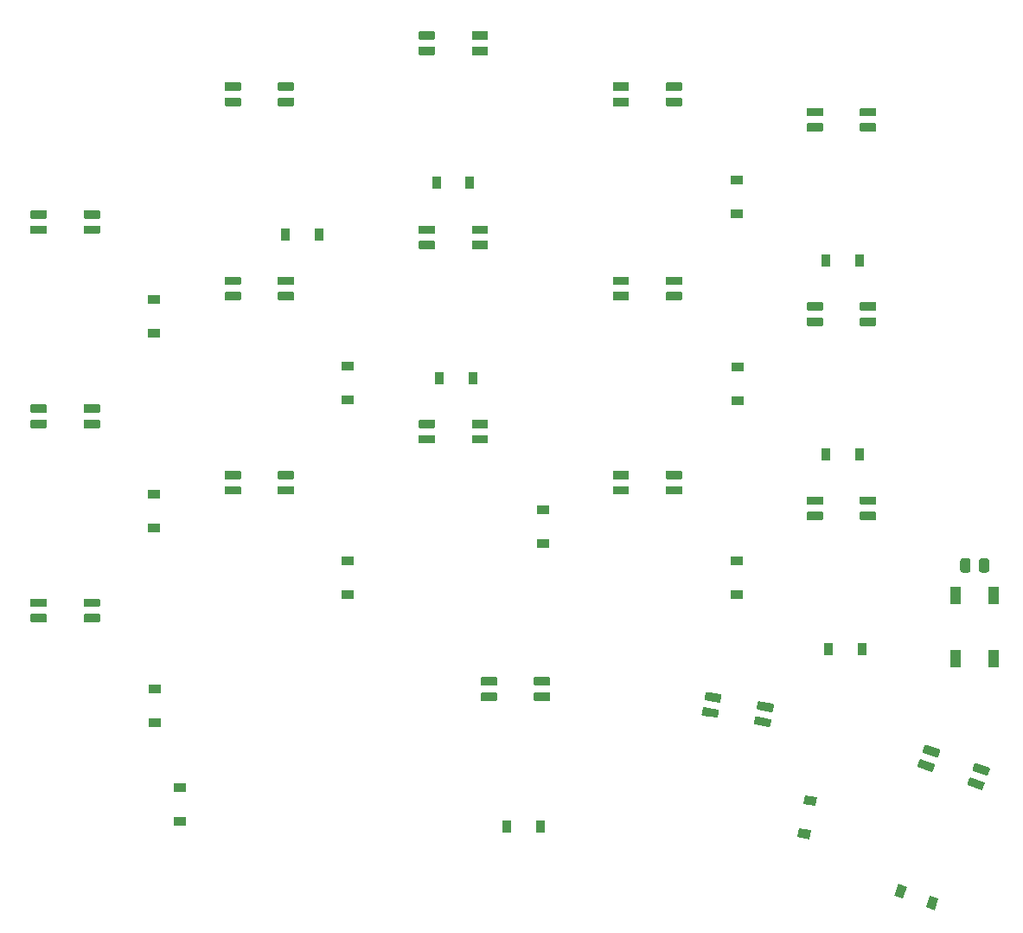
<source format=gbr>
%TF.GenerationSoftware,KiCad,Pcbnew,(5.1.10)-1*%
%TF.CreationDate,2021-11-02T14:07:56-07:00*%
%TF.ProjectId,babykeeb,62616279-6b65-4656-922e-6b696361645f,rev?*%
%TF.SameCoordinates,Original*%
%TF.FileFunction,Paste,Bot*%
%TF.FilePolarity,Positive*%
%FSLAX46Y46*%
G04 Gerber Fmt 4.6, Leading zero omitted, Abs format (unit mm)*
G04 Created by KiCad (PCBNEW (5.1.10)-1) date 2021-11-02 14:07:56*
%MOMM*%
%LPD*%
G01*
G04 APERTURE LIST*
%ADD10R,1.100000X1.800000*%
%ADD11R,0.900000X1.200000*%
%ADD12R,1.200000X0.900000*%
%ADD13C,0.100000*%
G04 APERTURE END LIST*
D10*
%TO.C,SW8*%
X151893593Y-89434804D03*
X148193593Y-95634804D03*
X148193593Y-89434804D03*
X151893593Y-95634804D03*
%TD*%
%TO.C,R1*%
G36*
G01*
X150443593Y-86990405D02*
X150443593Y-86090403D01*
G75*
G02*
X150693592Y-85840404I249999J0D01*
G01*
X151218594Y-85840404D01*
G75*
G02*
X151468593Y-86090403I0J-249999D01*
G01*
X151468593Y-86990405D01*
G75*
G02*
X151218594Y-87240404I-249999J0D01*
G01*
X150693592Y-87240404D01*
G75*
G02*
X150443593Y-86990405I0J249999D01*
G01*
G37*
G36*
G01*
X148618593Y-86990405D02*
X148618593Y-86090403D01*
G75*
G02*
X148868592Y-85840404I249999J0D01*
G01*
X149393594Y-85840404D01*
G75*
G02*
X149643593Y-86090403I0J-249999D01*
G01*
X149643593Y-86990405D01*
G75*
G02*
X149393594Y-87240404I-249999J0D01*
G01*
X148868592Y-87240404D01*
G75*
G02*
X148618593Y-86990405I0J249999D01*
G01*
G37*
%TD*%
%TO.C,D48*%
G36*
G01*
X97115587Y-35106489D02*
X95679587Y-35106489D01*
G75*
G02*
X95597587Y-35024489I0J82000D01*
G01*
X95597587Y-34368489D01*
G75*
G02*
X95679587Y-34286489I82000J0D01*
G01*
X97115587Y-34286489D01*
G75*
G02*
X97197587Y-34368489I0J-82000D01*
G01*
X97197587Y-35024489D01*
G75*
G02*
X97115587Y-35106489I-82000J0D01*
G01*
G37*
G36*
G01*
X97115587Y-36606489D02*
X95679587Y-36606489D01*
G75*
G02*
X95597587Y-36524489I0J82000D01*
G01*
X95597587Y-35868489D01*
G75*
G02*
X95679587Y-35786489I82000J0D01*
G01*
X97115587Y-35786489D01*
G75*
G02*
X97197587Y-35868489I0J-82000D01*
G01*
X97197587Y-36524489D01*
G75*
G02*
X97115587Y-36606489I-82000J0D01*
G01*
G37*
G36*
G01*
X102315587Y-35106489D02*
X100879587Y-35106489D01*
G75*
G02*
X100797587Y-35024489I0J82000D01*
G01*
X100797587Y-34368489D01*
G75*
G02*
X100879587Y-34286489I82000J0D01*
G01*
X102315587Y-34286489D01*
G75*
G02*
X102397587Y-34368489I0J-82000D01*
G01*
X102397587Y-35024489D01*
G75*
G02*
X102315587Y-35106489I-82000J0D01*
G01*
G37*
G36*
G01*
X102315587Y-36606489D02*
X100879587Y-36606489D01*
G75*
G02*
X100797587Y-36524489I0J82000D01*
G01*
X100797587Y-35868489D01*
G75*
G02*
X100879587Y-35786489I82000J0D01*
G01*
X102315587Y-35786489D01*
G75*
G02*
X102397587Y-35868489I0J-82000D01*
G01*
X102397587Y-36524489D01*
G75*
G02*
X102315587Y-36606489I-82000J0D01*
G01*
G37*
%TD*%
%TO.C,D51*%
G36*
G01*
X116115586Y-78106488D02*
X114679586Y-78106488D01*
G75*
G02*
X114597586Y-78024488I0J82000D01*
G01*
X114597586Y-77368488D01*
G75*
G02*
X114679586Y-77286488I82000J0D01*
G01*
X116115586Y-77286488D01*
G75*
G02*
X116197586Y-77368488I0J-82000D01*
G01*
X116197586Y-78024488D01*
G75*
G02*
X116115586Y-78106488I-82000J0D01*
G01*
G37*
G36*
G01*
X116115586Y-79606488D02*
X114679586Y-79606488D01*
G75*
G02*
X114597586Y-79524488I0J82000D01*
G01*
X114597586Y-78868488D01*
G75*
G02*
X114679586Y-78786488I82000J0D01*
G01*
X116115586Y-78786488D01*
G75*
G02*
X116197586Y-78868488I0J-82000D01*
G01*
X116197586Y-79524488D01*
G75*
G02*
X116115586Y-79606488I-82000J0D01*
G01*
G37*
G36*
G01*
X121315586Y-78106488D02*
X119879586Y-78106488D01*
G75*
G02*
X119797586Y-78024488I0J82000D01*
G01*
X119797586Y-77368488D01*
G75*
G02*
X119879586Y-77286488I82000J0D01*
G01*
X121315586Y-77286488D01*
G75*
G02*
X121397586Y-77368488I0J-82000D01*
G01*
X121397586Y-78024488D01*
G75*
G02*
X121315586Y-78106488I-82000J0D01*
G01*
G37*
G36*
G01*
X121315586Y-79606488D02*
X119879586Y-79606488D01*
G75*
G02*
X119797586Y-79524488I0J82000D01*
G01*
X119797586Y-78868488D01*
G75*
G02*
X119879586Y-78786488I82000J0D01*
G01*
X121315586Y-78786488D01*
G75*
G02*
X121397586Y-78868488I0J-82000D01*
G01*
X121397586Y-79524488D01*
G75*
G02*
X121315586Y-79606488I-82000J0D01*
G01*
G37*
%TD*%
D11*
%TO.C,D6*%
X107522993Y-112118204D03*
X104222993Y-112118204D03*
%TD*%
%TO.C,D59*%
G36*
G01*
X125051439Y-99976293D02*
X123637255Y-99726935D01*
G75*
G02*
X123570740Y-99631942I14239J80754D01*
G01*
X123684654Y-98985908D01*
G75*
G02*
X123779647Y-98919393I80754J-14239D01*
G01*
X125193831Y-99168751D01*
G75*
G02*
X125260346Y-99263744I-14239J-80754D01*
G01*
X125146432Y-99909778D01*
G75*
G02*
X125051439Y-99976293I-80754J14239D01*
G01*
G37*
G36*
G01*
X124790966Y-101453504D02*
X123376782Y-101204146D01*
G75*
G02*
X123310267Y-101109153I14239J80754D01*
G01*
X123424181Y-100463119D01*
G75*
G02*
X123519174Y-100396604I80754J-14239D01*
G01*
X124933358Y-100645962D01*
G75*
G02*
X124999873Y-100740955I-14239J-80754D01*
G01*
X124885959Y-101386989D01*
G75*
G02*
X124790966Y-101453504I-80754J14239D01*
G01*
G37*
G36*
G01*
X130172439Y-100879263D02*
X128758255Y-100629905D01*
G75*
G02*
X128691740Y-100534912I14239J80754D01*
G01*
X128805654Y-99888878D01*
G75*
G02*
X128900647Y-99822363I80754J-14239D01*
G01*
X130314831Y-100071721D01*
G75*
G02*
X130381346Y-100166714I-14239J-80754D01*
G01*
X130267432Y-100812748D01*
G75*
G02*
X130172439Y-100879263I-80754J14239D01*
G01*
G37*
G36*
G01*
X129911967Y-102356475D02*
X128497783Y-102107117D01*
G75*
G02*
X128431268Y-102012124I14239J80754D01*
G01*
X128545182Y-101366090D01*
G75*
G02*
X128640175Y-101299575I80754J-14239D01*
G01*
X130054359Y-101548933D01*
G75*
G02*
X130120874Y-101643926I-14239J-80754D01*
G01*
X130006960Y-102289960D01*
G75*
G02*
X129911967Y-102356475I-80754J14239D01*
G01*
G37*
%TD*%
%TO.C,D57*%
G36*
G01*
X103196593Y-98294405D02*
X101760593Y-98294405D01*
G75*
G02*
X101678593Y-98212405I0J82000D01*
G01*
X101678593Y-97556405D01*
G75*
G02*
X101760593Y-97474405I82000J0D01*
G01*
X103196593Y-97474405D01*
G75*
G02*
X103278593Y-97556405I0J-82000D01*
G01*
X103278593Y-98212405D01*
G75*
G02*
X103196593Y-98294405I-82000J0D01*
G01*
G37*
G36*
G01*
X103196593Y-99794405D02*
X101760593Y-99794405D01*
G75*
G02*
X101678593Y-99712405I0J82000D01*
G01*
X101678593Y-99056405D01*
G75*
G02*
X101760593Y-98974405I82000J0D01*
G01*
X103196593Y-98974405D01*
G75*
G02*
X103278593Y-99056405I0J-82000D01*
G01*
X103278593Y-99712405D01*
G75*
G02*
X103196593Y-99794405I-82000J0D01*
G01*
G37*
G36*
G01*
X108396593Y-98294405D02*
X106960593Y-98294405D01*
G75*
G02*
X106878593Y-98212405I0J82000D01*
G01*
X106878593Y-97556405D01*
G75*
G02*
X106960593Y-97474405I82000J0D01*
G01*
X108396593Y-97474405D01*
G75*
G02*
X108478593Y-97556405I0J-82000D01*
G01*
X108478593Y-98212405D01*
G75*
G02*
X108396593Y-98294405I-82000J0D01*
G01*
G37*
G36*
G01*
X108396593Y-99794405D02*
X106960593Y-99794405D01*
G75*
G02*
X106878593Y-99712405I0J82000D01*
G01*
X106878593Y-99056405D01*
G75*
G02*
X106960593Y-98974405I82000J0D01*
G01*
X108396593Y-98974405D01*
G75*
G02*
X108478593Y-99056405I0J-82000D01*
G01*
X108478593Y-99712405D01*
G75*
G02*
X108396593Y-99794405I-82000J0D01*
G01*
G37*
%TD*%
%TO.C,D60*%
G36*
G01*
X146333362Y-105339142D02*
X144983963Y-104848001D01*
G75*
G02*
X144934954Y-104742900I28046J77055D01*
G01*
X145159319Y-104126461D01*
G75*
G02*
X145264420Y-104077452I77055J-28046D01*
G01*
X146613819Y-104568593D01*
G75*
G02*
X146662828Y-104673694I-28046J-77055D01*
G01*
X146438463Y-105290133D01*
G75*
G02*
X146333362Y-105339142I-77055J28046D01*
G01*
G37*
G36*
G01*
X145820332Y-106748681D02*
X144470933Y-106257540D01*
G75*
G02*
X144421924Y-106152439I28046J77055D01*
G01*
X144646289Y-105536000D01*
G75*
G02*
X144751390Y-105486991I77055J-28046D01*
G01*
X146100789Y-105978132D01*
G75*
G02*
X146149798Y-106083233I-28046J-77055D01*
G01*
X145925433Y-106699672D01*
G75*
G02*
X145820332Y-106748681I-77055J28046D01*
G01*
G37*
G36*
G01*
X151219764Y-107117646D02*
X149870365Y-106626505D01*
G75*
G02*
X149821356Y-106521404I28046J77055D01*
G01*
X150045721Y-105904965D01*
G75*
G02*
X150150822Y-105855956I77055J-28046D01*
G01*
X151500221Y-106347097D01*
G75*
G02*
X151549230Y-106452198I-28046J-77055D01*
G01*
X151324865Y-107068637D01*
G75*
G02*
X151219764Y-107117646I-77055J28046D01*
G01*
G37*
G36*
G01*
X150706734Y-108527185D02*
X149357335Y-108036044D01*
G75*
G02*
X149308326Y-107930943I28046J77055D01*
G01*
X149532691Y-107314504D01*
G75*
G02*
X149637792Y-107265495I77055J-28046D01*
G01*
X150987191Y-107756636D01*
G75*
G02*
X151036200Y-107861737I-28046J-77055D01*
G01*
X150811835Y-108478176D01*
G75*
G02*
X150706734Y-108527185I-77055J28046D01*
G01*
G37*
%TD*%
%TO.C,D56*%
G36*
G01*
X135115585Y-80606488D02*
X133679585Y-80606488D01*
G75*
G02*
X133597585Y-80524488I0J82000D01*
G01*
X133597585Y-79868488D01*
G75*
G02*
X133679585Y-79786488I82000J0D01*
G01*
X135115585Y-79786488D01*
G75*
G02*
X135197585Y-79868488I0J-82000D01*
G01*
X135197585Y-80524488D01*
G75*
G02*
X135115585Y-80606488I-82000J0D01*
G01*
G37*
G36*
G01*
X135115585Y-82106488D02*
X133679585Y-82106488D01*
G75*
G02*
X133597585Y-82024488I0J82000D01*
G01*
X133597585Y-81368488D01*
G75*
G02*
X133679585Y-81286488I82000J0D01*
G01*
X135115585Y-81286488D01*
G75*
G02*
X135197585Y-81368488I0J-82000D01*
G01*
X135197585Y-82024488D01*
G75*
G02*
X135115585Y-82106488I-82000J0D01*
G01*
G37*
G36*
G01*
X140315585Y-80606488D02*
X138879585Y-80606488D01*
G75*
G02*
X138797585Y-80524488I0J82000D01*
G01*
X138797585Y-79868488D01*
G75*
G02*
X138879585Y-79786488I82000J0D01*
G01*
X140315585Y-79786488D01*
G75*
G02*
X140397585Y-79868488I0J-82000D01*
G01*
X140397585Y-80524488D01*
G75*
G02*
X140315585Y-80606488I-82000J0D01*
G01*
G37*
G36*
G01*
X140315585Y-82106488D02*
X138879585Y-82106488D01*
G75*
G02*
X138797585Y-82024488I0J82000D01*
G01*
X138797585Y-81368488D01*
G75*
G02*
X138879585Y-81286488I82000J0D01*
G01*
X140315585Y-81286488D01*
G75*
G02*
X140397585Y-81368488I0J-82000D01*
G01*
X140397585Y-82024488D01*
G75*
G02*
X140315585Y-82106488I-82000J0D01*
G01*
G37*
%TD*%
D12*
%TO.C,D81*%
X72192593Y-108258404D03*
X72192593Y-111558404D03*
%TD*%
%TO.C,D45*%
G36*
G01*
X78115587Y-78106487D02*
X76679587Y-78106487D01*
G75*
G02*
X76597587Y-78024487I0J82000D01*
G01*
X76597587Y-77368487D01*
G75*
G02*
X76679587Y-77286487I82000J0D01*
G01*
X78115587Y-77286487D01*
G75*
G02*
X78197587Y-77368487I0J-82000D01*
G01*
X78197587Y-78024487D01*
G75*
G02*
X78115587Y-78106487I-82000J0D01*
G01*
G37*
G36*
G01*
X78115587Y-79606487D02*
X76679587Y-79606487D01*
G75*
G02*
X76597587Y-79524487I0J82000D01*
G01*
X76597587Y-78868487D01*
G75*
G02*
X76679587Y-78786487I82000J0D01*
G01*
X78115587Y-78786487D01*
G75*
G02*
X78197587Y-78868487I0J-82000D01*
G01*
X78197587Y-79524487D01*
G75*
G02*
X78115587Y-79606487I-82000J0D01*
G01*
G37*
G36*
G01*
X83315587Y-78106487D02*
X81879587Y-78106487D01*
G75*
G02*
X81797587Y-78024487I0J82000D01*
G01*
X81797587Y-77368487D01*
G75*
G02*
X81879587Y-77286487I82000J0D01*
G01*
X83315587Y-77286487D01*
G75*
G02*
X83397587Y-77368487I0J-82000D01*
G01*
X83397587Y-78024487D01*
G75*
G02*
X83315587Y-78106487I-82000J0D01*
G01*
G37*
G36*
G01*
X83315587Y-79606487D02*
X81879587Y-79606487D01*
G75*
G02*
X81797587Y-79524487I0J82000D01*
G01*
X81797587Y-78868487D01*
G75*
G02*
X81879587Y-78786487I82000J0D01*
G01*
X83315587Y-78786487D01*
G75*
G02*
X83397587Y-78868487I0J-82000D01*
G01*
X83397587Y-79524487D01*
G75*
G02*
X83315587Y-79606487I-82000J0D01*
G01*
G37*
%TD*%
%TO.C,D53*%
G36*
G01*
X116115586Y-40106489D02*
X114679586Y-40106489D01*
G75*
G02*
X114597586Y-40024489I0J82000D01*
G01*
X114597586Y-39368489D01*
G75*
G02*
X114679586Y-39286489I82000J0D01*
G01*
X116115586Y-39286489D01*
G75*
G02*
X116197586Y-39368489I0J-82000D01*
G01*
X116197586Y-40024489D01*
G75*
G02*
X116115586Y-40106489I-82000J0D01*
G01*
G37*
G36*
G01*
X116115586Y-41606489D02*
X114679586Y-41606489D01*
G75*
G02*
X114597586Y-41524489I0J82000D01*
G01*
X114597586Y-40868489D01*
G75*
G02*
X114679586Y-40786489I82000J0D01*
G01*
X116115586Y-40786489D01*
G75*
G02*
X116197586Y-40868489I0J-82000D01*
G01*
X116197586Y-41524489D01*
G75*
G02*
X116115586Y-41606489I-82000J0D01*
G01*
G37*
G36*
G01*
X121315586Y-40106489D02*
X119879586Y-40106489D01*
G75*
G02*
X119797586Y-40024489I0J82000D01*
G01*
X119797586Y-39368489D01*
G75*
G02*
X119879586Y-39286489I82000J0D01*
G01*
X121315586Y-39286489D01*
G75*
G02*
X121397586Y-39368489I0J-82000D01*
G01*
X121397586Y-40024489D01*
G75*
G02*
X121315586Y-40106489I-82000J0D01*
G01*
G37*
G36*
G01*
X121315586Y-41606489D02*
X119879586Y-41606489D01*
G75*
G02*
X119797586Y-41524489I0J82000D01*
G01*
X119797586Y-40868489D01*
G75*
G02*
X119879586Y-40786489I82000J0D01*
G01*
X121315586Y-40786489D01*
G75*
G02*
X121397586Y-40868489I0J-82000D01*
G01*
X121397586Y-41524489D01*
G75*
G02*
X121315586Y-41606489I-82000J0D01*
G01*
G37*
%TD*%
%TO.C,D52*%
G36*
G01*
X116115586Y-59106488D02*
X114679586Y-59106488D01*
G75*
G02*
X114597586Y-59024488I0J82000D01*
G01*
X114597586Y-58368488D01*
G75*
G02*
X114679586Y-58286488I82000J0D01*
G01*
X116115586Y-58286488D01*
G75*
G02*
X116197586Y-58368488I0J-82000D01*
G01*
X116197586Y-59024488D01*
G75*
G02*
X116115586Y-59106488I-82000J0D01*
G01*
G37*
G36*
G01*
X116115586Y-60606488D02*
X114679586Y-60606488D01*
G75*
G02*
X114597586Y-60524488I0J82000D01*
G01*
X114597586Y-59868488D01*
G75*
G02*
X114679586Y-59786488I82000J0D01*
G01*
X116115586Y-59786488D01*
G75*
G02*
X116197586Y-59868488I0J-82000D01*
G01*
X116197586Y-60524488D01*
G75*
G02*
X116115586Y-60606488I-82000J0D01*
G01*
G37*
G36*
G01*
X121315586Y-59106488D02*
X119879586Y-59106488D01*
G75*
G02*
X119797586Y-59024488I0J82000D01*
G01*
X119797586Y-58368488D01*
G75*
G02*
X119879586Y-58286488I82000J0D01*
G01*
X121315586Y-58286488D01*
G75*
G02*
X121397586Y-58368488I0J-82000D01*
G01*
X121397586Y-59024488D01*
G75*
G02*
X121315586Y-59106488I-82000J0D01*
G01*
G37*
G36*
G01*
X121315586Y-60606488D02*
X119879586Y-60606488D01*
G75*
G02*
X119797586Y-60524488I0J82000D01*
G01*
X119797586Y-59868488D01*
G75*
G02*
X119879586Y-59786488I82000J0D01*
G01*
X121315586Y-59786488D01*
G75*
G02*
X121397586Y-59868488I0J-82000D01*
G01*
X121397586Y-60524488D01*
G75*
G02*
X121315586Y-60606488I-82000J0D01*
G01*
G37*
%TD*%
%TO.C,D54*%
G36*
G01*
X135115585Y-42606490D02*
X133679585Y-42606490D01*
G75*
G02*
X133597585Y-42524490I0J82000D01*
G01*
X133597585Y-41868490D01*
G75*
G02*
X133679585Y-41786490I82000J0D01*
G01*
X135115585Y-41786490D01*
G75*
G02*
X135197585Y-41868490I0J-82000D01*
G01*
X135197585Y-42524490D01*
G75*
G02*
X135115585Y-42606490I-82000J0D01*
G01*
G37*
G36*
G01*
X135115585Y-44106490D02*
X133679585Y-44106490D01*
G75*
G02*
X133597585Y-44024490I0J82000D01*
G01*
X133597585Y-43368490D01*
G75*
G02*
X133679585Y-43286490I82000J0D01*
G01*
X135115585Y-43286490D01*
G75*
G02*
X135197585Y-43368490I0J-82000D01*
G01*
X135197585Y-44024490D01*
G75*
G02*
X135115585Y-44106490I-82000J0D01*
G01*
G37*
G36*
G01*
X140315585Y-42606490D02*
X138879585Y-42606490D01*
G75*
G02*
X138797585Y-42524490I0J82000D01*
G01*
X138797585Y-41868490D01*
G75*
G02*
X138879585Y-41786490I82000J0D01*
G01*
X140315585Y-41786490D01*
G75*
G02*
X140397585Y-41868490I0J-82000D01*
G01*
X140397585Y-42524490D01*
G75*
G02*
X140315585Y-42606490I-82000J0D01*
G01*
G37*
G36*
G01*
X140315585Y-44106490D02*
X138879585Y-44106490D01*
G75*
G02*
X138797585Y-44024490I0J82000D01*
G01*
X138797585Y-43368490D01*
G75*
G02*
X138879585Y-43286490I82000J0D01*
G01*
X140315585Y-43286490D01*
G75*
G02*
X140397585Y-43368490I0J-82000D01*
G01*
X140397585Y-44024490D01*
G75*
G02*
X140315585Y-44106490I-82000J0D01*
G01*
G37*
%TD*%
%TO.C,D50*%
G36*
G01*
X97115586Y-73106488D02*
X95679586Y-73106488D01*
G75*
G02*
X95597586Y-73024488I0J82000D01*
G01*
X95597586Y-72368488D01*
G75*
G02*
X95679586Y-72286488I82000J0D01*
G01*
X97115586Y-72286488D01*
G75*
G02*
X97197586Y-72368488I0J-82000D01*
G01*
X97197586Y-73024488D01*
G75*
G02*
X97115586Y-73106488I-82000J0D01*
G01*
G37*
G36*
G01*
X97115586Y-74606488D02*
X95679586Y-74606488D01*
G75*
G02*
X95597586Y-74524488I0J82000D01*
G01*
X95597586Y-73868488D01*
G75*
G02*
X95679586Y-73786488I82000J0D01*
G01*
X97115586Y-73786488D01*
G75*
G02*
X97197586Y-73868488I0J-82000D01*
G01*
X97197586Y-74524488D01*
G75*
G02*
X97115586Y-74606488I-82000J0D01*
G01*
G37*
G36*
G01*
X102315586Y-73106488D02*
X100879586Y-73106488D01*
G75*
G02*
X100797586Y-73024488I0J82000D01*
G01*
X100797586Y-72368488D01*
G75*
G02*
X100879586Y-72286488I82000J0D01*
G01*
X102315586Y-72286488D01*
G75*
G02*
X102397586Y-72368488I0J-82000D01*
G01*
X102397586Y-73024488D01*
G75*
G02*
X102315586Y-73106488I-82000J0D01*
G01*
G37*
G36*
G01*
X102315586Y-74606488D02*
X100879586Y-74606488D01*
G75*
G02*
X100797586Y-74524488I0J82000D01*
G01*
X100797586Y-73868488D01*
G75*
G02*
X100879586Y-73786488I82000J0D01*
G01*
X102315586Y-73786488D01*
G75*
G02*
X102397586Y-73868488I0J-82000D01*
G01*
X102397586Y-74524488D01*
G75*
G02*
X102315586Y-74606488I-82000J0D01*
G01*
G37*
%TD*%
%TO.C,D43*%
G36*
G01*
X59115588Y-90606486D02*
X57679588Y-90606486D01*
G75*
G02*
X57597588Y-90524486I0J82000D01*
G01*
X57597588Y-89868486D01*
G75*
G02*
X57679588Y-89786486I82000J0D01*
G01*
X59115588Y-89786486D01*
G75*
G02*
X59197588Y-89868486I0J-82000D01*
G01*
X59197588Y-90524486D01*
G75*
G02*
X59115588Y-90606486I-82000J0D01*
G01*
G37*
G36*
G01*
X59115588Y-92106486D02*
X57679588Y-92106486D01*
G75*
G02*
X57597588Y-92024486I0J82000D01*
G01*
X57597588Y-91368486D01*
G75*
G02*
X57679588Y-91286486I82000J0D01*
G01*
X59115588Y-91286486D01*
G75*
G02*
X59197588Y-91368486I0J-82000D01*
G01*
X59197588Y-92024486D01*
G75*
G02*
X59115588Y-92106486I-82000J0D01*
G01*
G37*
G36*
G01*
X64315588Y-90606486D02*
X62879588Y-90606486D01*
G75*
G02*
X62797588Y-90524486I0J82000D01*
G01*
X62797588Y-89868486D01*
G75*
G02*
X62879588Y-89786486I82000J0D01*
G01*
X64315588Y-89786486D01*
G75*
G02*
X64397588Y-89868486I0J-82000D01*
G01*
X64397588Y-90524486D01*
G75*
G02*
X64315588Y-90606486I-82000J0D01*
G01*
G37*
G36*
G01*
X64315588Y-92106486D02*
X62879588Y-92106486D01*
G75*
G02*
X62797588Y-92024486I0J82000D01*
G01*
X62797588Y-91368486D01*
G75*
G02*
X62879588Y-91286486I82000J0D01*
G01*
X64315588Y-91286486D01*
G75*
G02*
X64397588Y-91368486I0J-82000D01*
G01*
X64397588Y-92024486D01*
G75*
G02*
X64315588Y-92106486I-82000J0D01*
G01*
G37*
%TD*%
%TO.C,D49*%
G36*
G01*
X97115587Y-54106488D02*
X95679587Y-54106488D01*
G75*
G02*
X95597587Y-54024488I0J82000D01*
G01*
X95597587Y-53368488D01*
G75*
G02*
X95679587Y-53286488I82000J0D01*
G01*
X97115587Y-53286488D01*
G75*
G02*
X97197587Y-53368488I0J-82000D01*
G01*
X97197587Y-54024488D01*
G75*
G02*
X97115587Y-54106488I-82000J0D01*
G01*
G37*
G36*
G01*
X97115587Y-55606488D02*
X95679587Y-55606488D01*
G75*
G02*
X95597587Y-55524488I0J82000D01*
G01*
X95597587Y-54868488D01*
G75*
G02*
X95679587Y-54786488I82000J0D01*
G01*
X97115587Y-54786488D01*
G75*
G02*
X97197587Y-54868488I0J-82000D01*
G01*
X97197587Y-55524488D01*
G75*
G02*
X97115587Y-55606488I-82000J0D01*
G01*
G37*
G36*
G01*
X102315587Y-54106488D02*
X100879587Y-54106488D01*
G75*
G02*
X100797587Y-54024488I0J82000D01*
G01*
X100797587Y-53368488D01*
G75*
G02*
X100879587Y-53286488I82000J0D01*
G01*
X102315587Y-53286488D01*
G75*
G02*
X102397587Y-53368488I0J-82000D01*
G01*
X102397587Y-54024488D01*
G75*
G02*
X102315587Y-54106488I-82000J0D01*
G01*
G37*
G36*
G01*
X102315587Y-55606488D02*
X100879587Y-55606488D01*
G75*
G02*
X100797587Y-55524488I0J82000D01*
G01*
X100797587Y-54868488D01*
G75*
G02*
X100879587Y-54786488I82000J0D01*
G01*
X102315587Y-54786488D01*
G75*
G02*
X102397587Y-54868488I0J-82000D01*
G01*
X102397587Y-55524488D01*
G75*
G02*
X102315587Y-55606488I-82000J0D01*
G01*
G37*
%TD*%
%TO.C,D46*%
G36*
G01*
X78115588Y-59106488D02*
X76679588Y-59106488D01*
G75*
G02*
X76597588Y-59024488I0J82000D01*
G01*
X76597588Y-58368488D01*
G75*
G02*
X76679588Y-58286488I82000J0D01*
G01*
X78115588Y-58286488D01*
G75*
G02*
X78197588Y-58368488I0J-82000D01*
G01*
X78197588Y-59024488D01*
G75*
G02*
X78115588Y-59106488I-82000J0D01*
G01*
G37*
G36*
G01*
X78115588Y-60606488D02*
X76679588Y-60606488D01*
G75*
G02*
X76597588Y-60524488I0J82000D01*
G01*
X76597588Y-59868488D01*
G75*
G02*
X76679588Y-59786488I82000J0D01*
G01*
X78115588Y-59786488D01*
G75*
G02*
X78197588Y-59868488I0J-82000D01*
G01*
X78197588Y-60524488D01*
G75*
G02*
X78115588Y-60606488I-82000J0D01*
G01*
G37*
G36*
G01*
X83315588Y-59106488D02*
X81879588Y-59106488D01*
G75*
G02*
X81797588Y-59024488I0J82000D01*
G01*
X81797588Y-58368488D01*
G75*
G02*
X81879588Y-58286488I82000J0D01*
G01*
X83315588Y-58286488D01*
G75*
G02*
X83397588Y-58368488I0J-82000D01*
G01*
X83397588Y-59024488D01*
G75*
G02*
X83315588Y-59106488I-82000J0D01*
G01*
G37*
G36*
G01*
X83315588Y-60606488D02*
X81879588Y-60606488D01*
G75*
G02*
X81797588Y-60524488I0J82000D01*
G01*
X81797588Y-59868488D01*
G75*
G02*
X81879588Y-59786488I82000J0D01*
G01*
X83315588Y-59786488D01*
G75*
G02*
X83397588Y-59868488I0J-82000D01*
G01*
X83397588Y-60524488D01*
G75*
G02*
X83315588Y-60606488I-82000J0D01*
G01*
G37*
%TD*%
%TO.C,D42*%
G36*
G01*
X59115589Y-71606487D02*
X57679589Y-71606487D01*
G75*
G02*
X57597589Y-71524487I0J82000D01*
G01*
X57597589Y-70868487D01*
G75*
G02*
X57679589Y-70786487I82000J0D01*
G01*
X59115589Y-70786487D01*
G75*
G02*
X59197589Y-70868487I0J-82000D01*
G01*
X59197589Y-71524487D01*
G75*
G02*
X59115589Y-71606487I-82000J0D01*
G01*
G37*
G36*
G01*
X59115589Y-73106487D02*
X57679589Y-73106487D01*
G75*
G02*
X57597589Y-73024487I0J82000D01*
G01*
X57597589Y-72368487D01*
G75*
G02*
X57679589Y-72286487I82000J0D01*
G01*
X59115589Y-72286487D01*
G75*
G02*
X59197589Y-72368487I0J-82000D01*
G01*
X59197589Y-73024487D01*
G75*
G02*
X59115589Y-73106487I-82000J0D01*
G01*
G37*
G36*
G01*
X64315589Y-71606487D02*
X62879589Y-71606487D01*
G75*
G02*
X62797589Y-71524487I0J82000D01*
G01*
X62797589Y-70868487D01*
G75*
G02*
X62879589Y-70786487I82000J0D01*
G01*
X64315589Y-70786487D01*
G75*
G02*
X64397589Y-70868487I0J-82000D01*
G01*
X64397589Y-71524487D01*
G75*
G02*
X64315589Y-71606487I-82000J0D01*
G01*
G37*
G36*
G01*
X64315589Y-73106487D02*
X62879589Y-73106487D01*
G75*
G02*
X62797589Y-73024487I0J82000D01*
G01*
X62797589Y-72368487D01*
G75*
G02*
X62879589Y-72286487I82000J0D01*
G01*
X64315589Y-72286487D01*
G75*
G02*
X64397589Y-72368487I0J-82000D01*
G01*
X64397589Y-73024487D01*
G75*
G02*
X64315589Y-73106487I-82000J0D01*
G01*
G37*
%TD*%
%TO.C,D55*%
G36*
G01*
X135115585Y-61606489D02*
X133679585Y-61606489D01*
G75*
G02*
X133597585Y-61524489I0J82000D01*
G01*
X133597585Y-60868489D01*
G75*
G02*
X133679585Y-60786489I82000J0D01*
G01*
X135115585Y-60786489D01*
G75*
G02*
X135197585Y-60868489I0J-82000D01*
G01*
X135197585Y-61524489D01*
G75*
G02*
X135115585Y-61606489I-82000J0D01*
G01*
G37*
G36*
G01*
X135115585Y-63106489D02*
X133679585Y-63106489D01*
G75*
G02*
X133597585Y-63024489I0J82000D01*
G01*
X133597585Y-62368489D01*
G75*
G02*
X133679585Y-62286489I82000J0D01*
G01*
X135115585Y-62286489D01*
G75*
G02*
X135197585Y-62368489I0J-82000D01*
G01*
X135197585Y-63024489D01*
G75*
G02*
X135115585Y-63106489I-82000J0D01*
G01*
G37*
G36*
G01*
X140315585Y-61606489D02*
X138879585Y-61606489D01*
G75*
G02*
X138797585Y-61524489I0J82000D01*
G01*
X138797585Y-60868489D01*
G75*
G02*
X138879585Y-60786489I82000J0D01*
G01*
X140315585Y-60786489D01*
G75*
G02*
X140397585Y-60868489I0J-82000D01*
G01*
X140397585Y-61524489D01*
G75*
G02*
X140315585Y-61606489I-82000J0D01*
G01*
G37*
G36*
G01*
X140315585Y-63106489D02*
X138879585Y-63106489D01*
G75*
G02*
X138797585Y-63024489I0J82000D01*
G01*
X138797585Y-62368489D01*
G75*
G02*
X138879585Y-62286489I82000J0D01*
G01*
X140315585Y-62286489D01*
G75*
G02*
X140397585Y-62368489I0J-82000D01*
G01*
X140397585Y-63024489D01*
G75*
G02*
X140315585Y-63106489I-82000J0D01*
G01*
G37*
%TD*%
%TO.C,D47*%
G36*
G01*
X78115588Y-40106489D02*
X76679588Y-40106489D01*
G75*
G02*
X76597588Y-40024489I0J82000D01*
G01*
X76597588Y-39368489D01*
G75*
G02*
X76679588Y-39286489I82000J0D01*
G01*
X78115588Y-39286489D01*
G75*
G02*
X78197588Y-39368489I0J-82000D01*
G01*
X78197588Y-40024489D01*
G75*
G02*
X78115588Y-40106489I-82000J0D01*
G01*
G37*
G36*
G01*
X78115588Y-41606489D02*
X76679588Y-41606489D01*
G75*
G02*
X76597588Y-41524489I0J82000D01*
G01*
X76597588Y-40868489D01*
G75*
G02*
X76679588Y-40786489I82000J0D01*
G01*
X78115588Y-40786489D01*
G75*
G02*
X78197588Y-40868489I0J-82000D01*
G01*
X78197588Y-41524489D01*
G75*
G02*
X78115588Y-41606489I-82000J0D01*
G01*
G37*
G36*
G01*
X83315588Y-40106489D02*
X81879588Y-40106489D01*
G75*
G02*
X81797588Y-40024489I0J82000D01*
G01*
X81797588Y-39368489D01*
G75*
G02*
X81879588Y-39286489I82000J0D01*
G01*
X83315588Y-39286489D01*
G75*
G02*
X83397588Y-39368489I0J-82000D01*
G01*
X83397588Y-40024489D01*
G75*
G02*
X83315588Y-40106489I-82000J0D01*
G01*
G37*
G36*
G01*
X83315588Y-41606489D02*
X81879588Y-41606489D01*
G75*
G02*
X81797588Y-41524489I0J82000D01*
G01*
X81797588Y-40868489D01*
G75*
G02*
X81879588Y-40786489I82000J0D01*
G01*
X83315588Y-40786489D01*
G75*
G02*
X83397588Y-40868489I0J-82000D01*
G01*
X83397588Y-41524489D01*
G75*
G02*
X83315588Y-41606489I-82000J0D01*
G01*
G37*
%TD*%
%TO.C,D41*%
G36*
G01*
X59115589Y-52606488D02*
X57679589Y-52606488D01*
G75*
G02*
X57597589Y-52524488I0J82000D01*
G01*
X57597589Y-51868488D01*
G75*
G02*
X57679589Y-51786488I82000J0D01*
G01*
X59115589Y-51786488D01*
G75*
G02*
X59197589Y-51868488I0J-82000D01*
G01*
X59197589Y-52524488D01*
G75*
G02*
X59115589Y-52606488I-82000J0D01*
G01*
G37*
G36*
G01*
X59115589Y-54106488D02*
X57679589Y-54106488D01*
G75*
G02*
X57597589Y-54024488I0J82000D01*
G01*
X57597589Y-53368488D01*
G75*
G02*
X57679589Y-53286488I82000J0D01*
G01*
X59115589Y-53286488D01*
G75*
G02*
X59197589Y-53368488I0J-82000D01*
G01*
X59197589Y-54024488D01*
G75*
G02*
X59115589Y-54106488I-82000J0D01*
G01*
G37*
G36*
G01*
X64315589Y-52606488D02*
X62879589Y-52606488D01*
G75*
G02*
X62797589Y-52524488I0J82000D01*
G01*
X62797589Y-51868488D01*
G75*
G02*
X62879589Y-51786488I82000J0D01*
G01*
X64315589Y-51786488D01*
G75*
G02*
X64397589Y-51868488I0J-82000D01*
G01*
X64397589Y-52524488D01*
G75*
G02*
X64315589Y-52606488I-82000J0D01*
G01*
G37*
G36*
G01*
X64315589Y-54106488D02*
X62879589Y-54106488D01*
G75*
G02*
X62797589Y-54024488I0J82000D01*
G01*
X62797589Y-53368488D01*
G75*
G02*
X62879589Y-53286488I82000J0D01*
G01*
X64315589Y-53286488D01*
G75*
G02*
X64397589Y-53368488I0J-82000D01*
G01*
X64397589Y-54024488D01*
G75*
G02*
X64315589Y-54106488I-82000J0D01*
G01*
G37*
%TD*%
D13*
%TO.C,D35*%
G36*
X145251012Y-119963144D02*
G01*
X145661436Y-118835512D01*
X146507160Y-119143330D01*
X146096736Y-120270962D01*
X145251012Y-119963144D01*
G37*
G36*
X142150026Y-118834478D02*
G01*
X142560450Y-117706846D01*
X143406174Y-118014664D01*
X142995750Y-119142296D01*
X142150026Y-118834478D01*
G37*
%TD*%
%TO.C,D34*%
G36*
X134459855Y-110088123D02*
G01*
X133278086Y-109879746D01*
X133434369Y-108993419D01*
X134616138Y-109201796D01*
X134459855Y-110088123D01*
G37*
G36*
X133886817Y-113337989D02*
G01*
X132705048Y-113129612D01*
X132861331Y-112243285D01*
X134043100Y-112451662D01*
X133886817Y-113337989D01*
G37*
%TD*%
D11*
%TO.C,D25*%
X139057093Y-94693804D03*
X135757093Y-94693804D03*
%TD*%
D12*
%TO.C,D24*%
X126739093Y-86096904D03*
X126739093Y-89396904D03*
%TD*%
%TO.C,D23*%
X107752593Y-81067704D03*
X107752593Y-84367704D03*
%TD*%
%TO.C,D22*%
X88613693Y-86071504D03*
X88613693Y-89371504D03*
%TD*%
%TO.C,D21*%
X69779593Y-98619104D03*
X69779593Y-101919104D03*
%TD*%
D11*
%TO.C,D15*%
X138777693Y-75694604D03*
X135477693Y-75694604D03*
%TD*%
D12*
%TO.C,D14*%
X126802593Y-67148504D03*
X126802593Y-70448504D03*
%TD*%
D11*
%TO.C,D13*%
X100931693Y-68201604D03*
X97631693Y-68201604D03*
%TD*%
D12*
%TO.C,D12*%
X88677193Y-67059604D03*
X88677193Y-70359604D03*
%TD*%
%TO.C,D11*%
X69677993Y-79569104D03*
X69677993Y-82869104D03*
%TD*%
D11*
%TO.C,D5*%
X138752293Y-56733504D03*
X135452293Y-56733504D03*
%TD*%
D12*
%TO.C,D4*%
X126726393Y-48860504D03*
X126726393Y-52160504D03*
%TD*%
D11*
%TO.C,D3*%
X100626893Y-49100804D03*
X97326893Y-49100804D03*
%TD*%
%TO.C,D2*%
X82518693Y-54168104D03*
X85818693Y-54168104D03*
%TD*%
D12*
%TO.C,D1*%
X69665293Y-60557204D03*
X69665293Y-63857204D03*
%TD*%
M02*

</source>
